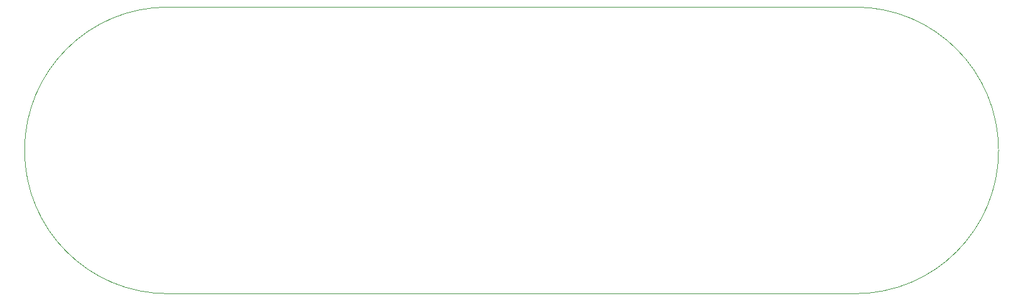
<source format=gbr>
%TF.GenerationSoftware,KiCad,Pcbnew,(5.1.9-0-10_14)*%
%TF.CreationDate,2021-07-06T13:22:30-04:00*%
%TF.ProjectId,prototyping-board,70726f74-6f74-4797-9069-6e672d626f61,rev?*%
%TF.SameCoordinates,Original*%
%TF.FileFunction,Profile,NP*%
%FSLAX46Y46*%
G04 Gerber Fmt 4.6, Leading zero omitted, Abs format (unit mm)*
G04 Created by KiCad (PCBNEW (5.1.9-0-10_14)) date 2021-07-06 13:22:30*
%MOMM*%
%LPD*%
G01*
G04 APERTURE LIST*
%TA.AperFunction,Profile*%
%ADD10C,0.050000*%
%TD*%
G04 APERTURE END LIST*
D10*
X146050000Y-133603998D02*
X53340000Y-133603998D01*
X146050000Y-94996000D02*
X53340000Y-94996000D01*
X146050000Y-94996000D02*
G75*
G02*
X146050000Y-133603998I0J-19303999D01*
G01*
X53340000Y-133603998D02*
G75*
G02*
X53340000Y-94996000I0J19303999D01*
G01*
M02*

</source>
